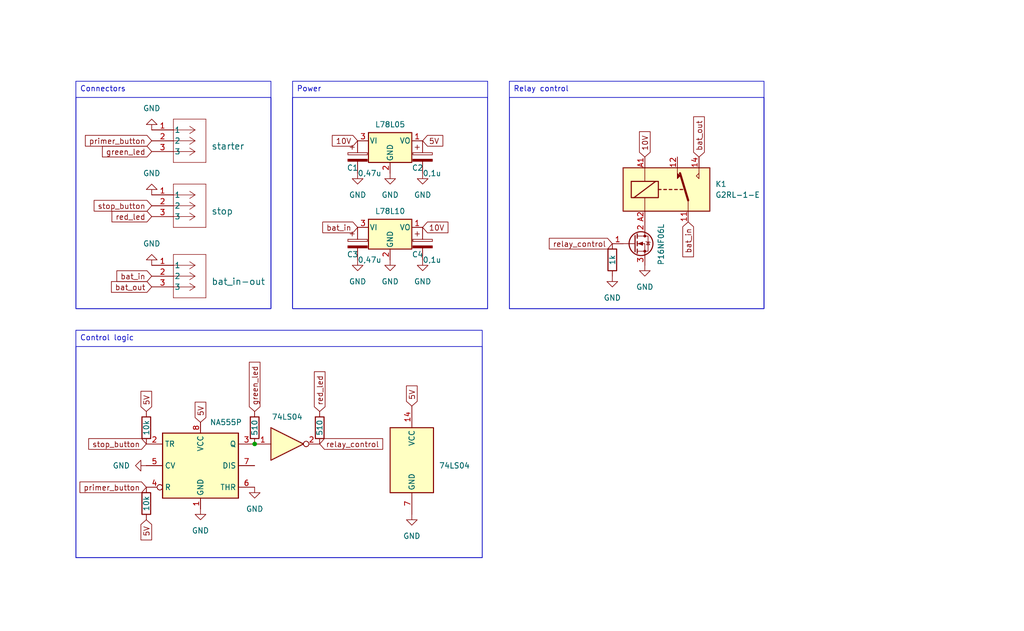
<source format=kicad_sch>
(kicad_sch (version 20230121) (generator eeschema)
  (paper "User" 240.005 148.006)
  (title_block (title "BAU") (date "2024-09-17"))
  (lib_symbols
    (symbol "74xx:74LS04"
      (property "Reference" "U" (at 0 1.27 0))
      (property "Value" "74LS04" (at 0 -1.27 0))
      (symbol "74LS04_1_0"
        (polyline (pts (xy -3.81 3.81) (xy -3.81 -3.81) (xy 3.81 0) (xy -3.81 3.81)) (stroke (width 0.254)) (fill (type background)))
        (pin input line (at -7.62 0 0) (length 3.81) (name "~") (number "1"))
        (pin output inverted (at 7.62 0 180) (length 3.81) (name "~") (number "2"))
      )
      (symbol "74LS04_2_0"
        (polyline (pts (xy -3.81 3.81) (xy -3.81 -3.81) (xy 3.81 0) (xy -3.81 3.81)) (stroke (width 0.254)) (fill (type background)))
        (pin input line (at -7.62 0 0) (length 3.81) (name "~") (number "3"))
        (pin output inverted (at 7.62 0 180) (length 3.81) (name "~") (number "4"))
      )
      (symbol "74LS04_3_0"
        (polyline (pts (xy -3.81 3.81) (xy -3.81 -3.81) (xy 3.81 0) (xy -3.81 3.81)) (stroke (width 0.254)) (fill (type background)))
        (pin input line (at -7.62 0 0) (length 3.81) (name "~") (number "5"))
        (pin output inverted (at 7.62 0 180) (length 3.81) (name "~") (number "6"))
      )
      (symbol "74LS04_4_0"
        (polyline (pts (xy -3.81 3.81) (xy -3.81 -3.81) (xy 3.81 0) (xy -3.81 3.81)) (stroke (width 0.254)) (fill (type background)))
        (pin output inverted (at 7.62 0 180) (length 3.81) (name "~") (number "8"))
        (pin input line (at -7.62 0 0) (length 3.81) (name "~") (number "9"))
      )
      (symbol "74LS04_5_0"
        (polyline (pts (xy -3.81 3.81) (xy -3.81 -3.81) (xy 3.81 0) (xy -3.81 3.81)) (stroke (width 0.254)) (fill (type background)))
        (pin output inverted (at 7.62 0 180) (length 3.81) (name "~") (number "10"))
        (pin input line (at -7.62 0 0) (length 3.81) (name "~") (number "11"))
      )
      (symbol "74LS04_6_0"
        (polyline (pts (xy -3.81 3.81) (xy -3.81 -3.81) (xy 3.81 0) (xy -3.81 3.81)) (stroke (width 0.254)) (fill (type background)))
        (pin output inverted (at 7.62 0 180) (length 3.81) (name "~") (number "12"))
        (pin input line (at -7.62 0 0) (length 3.81) (name "~") (number "13"))
      )
      (symbol "74LS04_7_0"
        (pin power_in line (at 0 12.7 270) (length 5.08) (name "VCC") (number "14"))
        (pin power_in line (at 0 -12.7 90) (length 5.08) (name "GND") (number "7"))
      )
      (symbol "74LS04_7_1"
        (rectangle (start -5.08 7.62) (end 5.08 -7.62) (stroke (width 0.254)) (fill (type background)))
      )
    )
    (symbol "CONN_S3B-PH-K-S_JST:S3B-PH-K-S_LFSN" (pin_names (offset 0.254))
      (property "Reference" "J" (at 8.89 6.35 0))
      (property "Value" "S3B-PH-K-S LFSN" (at 0 0 0))
      (symbol "S3B-PH-K-S_LFSN_1_1"
        (polyline (pts (xy 5.08 -7.62) (xy 12.7 -7.62)) (stroke (width 0.127)))
        (polyline (pts (xy 5.08 2.54) (xy 5.08 -7.62)) (stroke (width 0.127)))
        (polyline (pts (xy 10.16 -5.08) (xy 5.08 -5.08)) (stroke (width 0.127)))
        (polyline (pts (xy 10.16 -5.08) (xy 8.89 -5.9267)) (stroke (width 0.127)))
        (polyline (pts (xy 10.16 -5.08) (xy 8.89 -4.2333)) (stroke (width 0.127)))
        (polyline (pts (xy 10.16 -2.54) (xy 5.08 -2.54)) (stroke (width 0.127)))
        (polyline (pts (xy 10.16 -2.54) (xy 8.89 -3.3867)) (stroke (width 0.127)))
        (polyline (pts (xy 10.16 -2.54) (xy 8.89 -1.6933)) (stroke (width 0.127)))
        (polyline (pts (xy 10.16 0) (xy 5.08 0)) (stroke (width 0.127)))
        (polyline (pts (xy 10.16 0) (xy 8.89 -0.8467)) (stroke (width 0.127)))
        (polyline (pts (xy 10.16 0) (xy 8.89 0.8467)) (stroke (width 0.127)))
        (polyline (pts (xy 12.7 -7.62) (xy 12.7 2.54)) (stroke (width 0.127)))
        (polyline (pts (xy 12.7 2.54) (xy 5.08 2.54)) (stroke (width 0.127)))
        (pin unspecified line (at 0 0 0) (length 5.08) (name "1") (number "1"))
        (pin unspecified line (at 0 -2.54 0) (length 5.08) (name "2") (number "2"))
        (pin unspecified line (at 0 -5.08 0) (length 5.08) (name "3") (number "3"))
      )
      (symbol "S3B-PH-K-S_LFSN_1_2"
        (polyline (pts (xy 5.08 -7.62) (xy 12.7 -7.62)) (stroke (width 0.127)))
        (polyline (pts (xy 5.08 2.54) (xy 5.08 -7.62)) (stroke (width 0.127)))
        (polyline (pts (xy 7.62 -5.08) (xy 5.08 -5.08)) (stroke (width 0.127)))
        (polyline (pts (xy 7.62 -5.08) (xy 8.89 -5.9267)) (stroke (width 0.127)))
        (polyline (pts (xy 7.62 -5.08) (xy 8.89 -4.2333)) (stroke (width 0.127)))
        (polyline (pts (xy 7.62 -2.54) (xy 5.08 -2.54)) (stroke (width 0.127)))
        (polyline (pts (xy 7.62 -2.54) (xy 8.89 -3.3867)) (stroke (width 0.127)))
        (polyline (pts (xy 7.62 -2.54) (xy 8.89 -1.6933)) (stroke (width 0.127)))
        (polyline (pts (xy 7.62 0) (xy 5.08 0)) (stroke (width 0.127)))
        (polyline (pts (xy 7.62 0) (xy 8.89 -0.8467)) (stroke (width 0.127)))
        (polyline (pts (xy 7.62 0) (xy 8.89 0.8467)) (stroke (width 0.127)))
        (polyline (pts (xy 12.7 -7.62) (xy 12.7 2.54)) (stroke (width 0.127)))
        (polyline (pts (xy 12.7 2.54) (xy 5.08 2.54)) (stroke (width 0.127)))
        (pin unspecified line (at 0 0 0) (length 5.08) (name "1") (number "1"))
        (pin unspecified line (at 0 -2.54 0) (length 5.08) (name "2") (number "2"))
        (pin unspecified line (at 0 -5.08 0) (length 5.08) (name "3") (number "3"))
      )
    )
    (symbol "CONN_S3B-XH-ALFSN_JST:S3B-XH-ALFSN" (pin_names (offset 0.254))
      (property "Reference" "J" (at 8.89 6.35 0))
      (property "Value" "S3B-XH-ALFSN" (at 0 0 0))
      (symbol "S3B-XH-ALFSN_1_1"
        (polyline (pts (xy 5.08 -7.62) (xy 12.7 -7.62)) (stroke (width 0.127)))
        (polyline (pts (xy 5.08 2.54) (xy 5.08 -7.62)) (stroke (width 0.127)))
        (polyline (pts (xy 10.16 -5.08) (xy 5.08 -5.08)) (stroke (width 0.127)))
        (polyline (pts (xy 10.16 -5.08) (xy 8.89 -5.9267)) (stroke (width 0.127)))
        (polyline (pts (xy 10.16 -5.08) (xy 8.89 -4.2333)) (stroke (width 0.127)))
        (polyline (pts (xy 10.16 -2.54) (xy 5.08 -2.54)) (stroke (width 0.127)))
        (polyline (pts (xy 10.16 -2.54) (xy 8.89 -3.3867)) (stroke (width 0.127)))
        (polyline (pts (xy 10.16 -2.54) (xy 8.89 -1.6933)) (stroke (width 0.127)))
        (polyline (pts (xy 10.16 0) (xy 5.08 0)) (stroke (width 0.127)))
        (polyline (pts (xy 10.16 0) (xy 8.89 -0.8467)) (stroke (width 0.127)))
        (polyline (pts (xy 10.16 0) (xy 8.89 0.8467)) (stroke (width 0.127)))
        (polyline (pts (xy 12.7 -7.62) (xy 12.7 2.54)) (stroke (width 0.127)))
        (polyline (pts (xy 12.7 2.54) (xy 5.08 2.54)) (stroke (width 0.127)))
        (pin unspecified line (at 0 0 0) (length 5.08) (name "1") (number "1"))
        (pin unspecified line (at 0 -2.54 0) (length 5.08) (name "2") (number "2"))
        (pin unspecified line (at 0 -5.08 0) (length 5.08) (name "3") (number "3"))
      )
      (symbol "S3B-XH-ALFSN_1_2"
        (polyline (pts (xy 5.08 -7.62) (xy 12.7 -7.62)) (stroke (width 0.127)))
        (polyline (pts (xy 5.08 2.54) (xy 5.08 -7.62)) (stroke (width 0.127)))
        (polyline (pts (xy 7.62 -5.08) (xy 5.08 -5.08)) (stroke (width 0.127)))
        (polyline (pts (xy 7.62 -5.08) (xy 8.89 -5.9267)) (stroke (width 0.127)))
        (polyline (pts (xy 7.62 -5.08) (xy 8.89 -4.2333)) (stroke (width 0.127)))
        (polyline (pts (xy 7.62 -2.54) (xy 5.08 -2.54)) (stroke (width 0.127)))
        (polyline (pts (xy 7.62 -2.54) (xy 8.89 -3.3867)) (stroke (width 0.127)))
        (polyline (pts (xy 7.62 -2.54) (xy 8.89 -1.6933)) (stroke (width 0.127)))
        (polyline (pts (xy 7.62 0) (xy 5.08 0)) (stroke (width 0.127)))
        (polyline (pts (xy 7.62 0) (xy 8.89 -0.8467)) (stroke (width 0.127)))
        (polyline (pts (xy 7.62 0) (xy 8.89 0.8467)) (stroke (width 0.127)))
        (polyline (pts (xy 12.7 -7.62) (xy 12.7 2.54)) (stroke (width 0.127)))
        (polyline (pts (xy 12.7 2.54) (xy 5.08 2.54)) (stroke (width 0.127)))
        (pin unspecified line (at 0 0 0) (length 5.08) (name "1") (number "1"))
        (pin unspecified line (at 0 -2.54 0) (length 5.08) (name "2") (number "2"))
        (pin unspecified line (at 0 -5.08 0) (length 5.08) (name "3") (number "3"))
      )
    )
    (symbol "Device:C_Polarized" (pin_numbers hide) (pin_names (offset 0.254))
      (property "Reference" "C" (at 0.635 2.54 0))
      (property "Value" "C_Polarized" (at 0.635 -2.54 0))
      (symbol "C_Polarized_0_1"
        (rectangle (start -2.286 0.508) (end 2.286 1.016))
        (polyline (pts (xy -1.778 2.286) (xy -0.762 2.286)))
        (polyline (pts (xy -1.27 2.794) (xy -1.27 1.778)))
        (rectangle (start 2.286 -0.508) (end -2.286 -1.016) (fill (type outline)))
      )
      (symbol "C_Polarized_1_1"
        (pin passive line (at 0 3.81 270) (length 2.794) (name "~") (number "1"))
        (pin passive line (at 0 -3.81 90) (length 2.794) (name "~") (number "2"))
      )
    )
    (symbol "Device:R" (pin_numbers hide) (pin_names (offset 0))
      (property "Reference" "R" (at 2.032 0 90))
      (property "Value" "R" (at 0 0 90))
      (symbol "R_0_1"
        (rectangle (start -1.016 -2.54) (end 1.016 2.54) (stroke (width 0.254)))
      )
      (symbol "R_1_1"
        (pin passive line (at 0 3.81 270) (length 1.27) (name "~") (number "1"))
        (pin passive line (at 0 -3.81 90) (length 1.27) (name "~") (number "2"))
      )
    )
    (symbol "Regulator_Linear:L78L05_TO92" (pin_names (offset 0.254))
      (property "Reference" "U" (at -3.81 3.175 0))
      (property "Value" "L78L05_TO92" (at 0 3.175 0))
      (symbol "L78L05_TO92_0_1"
        (rectangle (start -5.08 -5.08) (end 5.08 1.905) (stroke (width 0.254)) (fill (type background)))
      )
      (symbol "L78L05_TO92_1_1"
        (pin power_out line (at 7.62 0 180) (length 2.54) (name "VO") (number "1"))
        (pin power_in line (at 0 -7.62 90) (length 2.54) (name "GND") (number "2"))
        (pin power_in line (at -7.62 0 0) (length 2.54) (name "VI") (number "3"))
      )
    )
    (symbol "Regulator_Linear:L78L10_TO92" (pin_names (offset 0.254))
      (property "Reference" "U" (at -3.81 3.175 0))
      (property "Value" "L78L10_TO92" (at 0 3.175 0))
      (symbol "L78L10_TO92_0_1"
        (rectangle (start -5.08 -5.08) (end 5.08 1.905) (stroke (width 0.254)) (fill (type background)))
      )
      (symbol "L78L10_TO92_1_1"
        (pin power_out line (at 7.62 0 180) (length 2.54) (name "VO") (number "1"))
        (pin power_in line (at 0 -7.62 90) (length 2.54) (name "GND") (number "2"))
        (pin power_in line (at -7.62 0 0) (length 2.54) (name "VI") (number "3"))
      )
    )
    (symbol "Relay:G2RL-1-E"
      (property "Reference" "K" (at 11.43 3.81 0))
      (property "Value" "G2RL-1-E" (at 11.43 1.27 0))
      (symbol "G2RL-1-E_0_0"
        (polyline (pts (xy 7.62 5.08) (xy 7.62 2.54) (xy 6.985 3.175) (xy 7.62 3.81)))
      )
      (symbol "G2RL-1-E_0_1"
        (rectangle (start -10.16 5.08) (end 10.16 -5.08) (stroke (width 0.254)) (fill (type background)))
        (rectangle (start -8.255 1.905) (end -1.905 -1.905) (stroke (width 0.254)))
        (polyline (pts (xy -7.62 -1.905) (xy -2.54 1.905)) (stroke (width 0.254)))
        (polyline (pts (xy -5.08 -5.08) (xy -5.08 -1.905)))
        (polyline (pts (xy -5.08 5.08) (xy -5.08 1.905)))
        (polyline (pts (xy -1.905 0) (xy -1.27 0)) (stroke (width 0.254)))
        (polyline (pts (xy -0.635 0) (xy 0 0)) (stroke (width 0.254)))
        (polyline (pts (xy 0.635 0) (xy 1.27 0)) (stroke (width 0.254)))
        (polyline (pts (xy 1.905 0) (xy 2.54 0)) (stroke (width 0.254)))
        (polyline (pts (xy 3.175 0) (xy 3.81 0)) (stroke (width 0.254)))
        (polyline (pts (xy 5.08 -2.54) (xy 3.175 3.81)) (stroke (width 0.508)))
        (polyline (pts (xy 5.08 -2.54) (xy 5.08 -5.08)))
        (polyline (pts (xy 2.54 5.08) (xy 2.54 2.54) (xy 3.175 3.175) (xy 2.54 3.81)) (fill (type outline)))
      )
      (symbol "G2RL-1-E_1_1"
        (pin passive line (at 5.08 -7.62 90) (length 2.54) (name "~") (number "11"))
        (pin passive line (at 2.54 7.62 270) (length 2.54) (name "~") (number "12"))
        (pin passive line (at 7.62 7.62 270) (length 2.54) (name "~") (number "14"))
        (pin passive line (at -5.08 7.62 270) (length 2.54) (name "~") (number "A1"))
        (pin passive line (at -5.08 -7.62 90) (length 2.54) (name "~") (number "A2"))
      )
    )
    (symbol "Timer:NA555P"
      (property "Reference" "U" (at -10.16 8.89 0))
      (property "Value" "NA555P" (at 2.54 8.89 0))
      (symbol "NA555P_0_0"
        (pin power_in line (at 0 -10.16 90) (length 2.54) (name "GND") (number "1"))
        (pin power_in line (at 0 10.16 270) (length 2.54) (name "VCC") (number "8"))
      )
      (symbol "NA555P_0_1"
        (rectangle (start -8.89 -7.62) (end 8.89 7.62) (stroke (width 0.254)) (fill (type background)))
        (rectangle (start -8.89 -7.62) (end 8.89 7.62) (stroke (width 0.254)) (fill (type background)))
      )
      (symbol "NA555P_1_1"
        (pin input line (at -12.7 5.08 0) (length 3.81) (name "TR") (number "2"))
        (pin output line (at 12.7 5.08 180) (length 3.81) (name "Q") (number "3"))
        (pin input inverted (at -12.7 -5.08 0) (length 3.81) (name "R") (number "4"))
        (pin input line (at -12.7 0 0) (length 3.81) (name "CV") (number "5"))
        (pin input line (at 12.7 -5.08 180) (length 3.81) (name "THR") (number "6"))
        (pin input line (at 12.7 0 180) (length 3.81) (name "DIS") (number "7"))
      )
    )
    (symbol "Transistor_FET:IRLIZ44N" (pin_names hide)
      (property "Reference" "Q" (at 5.08 1.905 0))
      (property "Value" "IRLIZ44N" (at 5.08 0 0))
      (symbol "IRLIZ44N_0_1"
        (polyline (pts (xy 0.254 0) (xy -2.54 0)))
        (polyline (pts (xy 0.254 1.905) (xy 0.254 -1.905)) (stroke (width 0.254)))
        (polyline (pts (xy 0.762 -1.27) (xy 0.762 -2.286)) (stroke (width 0.254)))
        (polyline (pts (xy 0.762 0.508) (xy 0.762 -0.508)) (stroke (width 0.254)))
        (polyline (pts (xy 0.762 2.286) (xy 0.762 1.27)) (stroke (width 0.254)))
        (polyline (pts (xy 2.54 2.54) (xy 2.54 1.778)))
        (polyline (pts (xy 2.54 -2.54) (xy 2.54 0) (xy 0.762 0)))
        (polyline (pts (xy 0.762 -1.778) (xy 3.302 -1.778) (xy 3.302 1.778) (xy 0.762 1.778)))
        (polyline (pts (xy 1.016 0) (xy 2.032 0.381) (xy 2.032 -0.381) (xy 1.016 0)) (fill (type outline)))
        (polyline (pts (xy 2.794 0.508) (xy 2.921 0.381) (xy 3.683 0.381) (xy 3.81 0.254)))
        (polyline (pts (xy 3.302 0.381) (xy 2.921 -0.254) (xy 3.683 -0.254) (xy 3.302 0.381)))
        (circle (center 1.651 0) (radius 2.794) (stroke (width 0.254)))
        (circle (center 2.54 -1.778) (radius 0.254) (fill (type outline)))
        (circle (center 2.54 1.778) (radius 0.254) (fill (type outline)))
      )
      (symbol "IRLIZ44N_1_1"
        (pin input line (at -5.08 0 0) (length 2.54) (name "G") (number "1"))
        (pin passive line (at 2.54 5.08 270) (length 2.54) (name "D") (number "2"))
        (pin passive line (at 2.54 -5.08 90) (length 2.54) (name "S") (number "3"))
      )
    )
    (symbol "power:GND" (power) (pin_names (offset 0))
      (property "Value" "GND" (at 0 -3.81 0))
      (symbol "GND_0_1"
        (polyline (pts (xy 0 0) (xy 0 -1.27) (xy 1.27 -1.27) (xy 0 -2.54) (xy -1.27 -1.27) (xy 0 -1.27)))
      )
      (symbol "GND_1_1"
        (pin power_in line (at 0 0 270) (length 0) hide (name "GND") (number "1"))
      )
    )
  )
  (junction (at 59.69 104.14))
  (rectangle (start 68.58 22.86) (end 114.3 72.39))
  (rectangle (start 119.38 22.86) (end 179.07 72.39))
  (rectangle (start 17.78 22.86) (end 63.5 72.39))
  (rectangle (start 17.78 81.28) (end 113.03 130.81))
  (text_box "Relay control" (at 119.38 19.05 0) (size 59.69 53.34) (effects (font (size 1.27 1.27)) (justify left top)))
  (text_box "Control logic" (at 17.78 77.47 0) (size 95.25 53.34) (effects (font (size 1.27 1.27)) (justify left top)))
  (text_box "Power" (at 68.58 19.05 0) (size 45.72 53.34) (effects (font (size 1.27 1.27)) (justify left top)))
  (text_box "Connectors" (at 17.78 19.05 0) (size 45.72 53.34) (effects (font (size 1.27 1.27)) (justify left top)))
  (global_label "bat_in" (shape input) (at 83.82 53.34 180) (property "Intersheetrefs" "${INTERSHEET_REFS}" (effects hide)))
  (global_label "stop_button" (shape input) (at 34.29 104.14 180) (property "Intersheetrefs" "${INTERSHEET_REFS}" (effects hide)))
  (global_label "red_led" (shape input) (at 74.93 96.52 90) (property "Intersheetrefs" "${INTERSHEET_REFS}" (effects hide)))
  (global_label "10V" (shape input) (at 151.13 36.83 90) (property "Intersheetrefs" "${INTERSHEET_REFS}" (effects hide)))
  (global_label "5V" (shape input) (at 46.99 99.06 90) (property "Intersheetrefs" "${INTERSHEET_REFS}" (effects hide)))
  (global_label "green_led" (shape input) (at 35.56 35.56 180) (property "Intersheetrefs" "${INTERSHEET_REFS}" (effects hide)))
  (global_label "bat_in" (shape input) (at 35.56 64.77 180) (property "Intersheetrefs" "${INTERSHEET_REFS}" (effects hide)))
  (global_label "5V" (shape input) (at 99.06 33.02 0) (property "Intersheetrefs" "${INTERSHEET_REFS}" (effects hide)))
  (global_label "green_led" (shape input) (at 59.69 96.52 90) (property "Intersheetrefs" "${INTERSHEET_REFS}" (effects hide)))
  (global_label "bat_in" (shape input) (at 161.29 52.07 270) (property "Intersheetrefs" "${INTERSHEET_REFS}" (effects hide)))
  (global_label "10V" (shape input) (at 99.06 53.34 0) (property "Intersheetrefs" "${INTERSHEET_REFS}" (effects hide)))
  (global_label "primer_button" (shape input) (at 35.56 33.02 180) (property "Intersheetrefs" "${INTERSHEET_REFS}" (effects hide)))
  (global_label "5V" (shape input) (at 34.29 96.52 90) (property "Intersheetrefs" "${INTERSHEET_REFS}" (effects hide)))
  (global_label "relay_control" (shape input) (at 143.51 57.15 180) (property "Intersheetrefs" "${INTERSHEET_REFS}" (effects hide)))
  (global_label "5V" (shape input) (at 34.29 121.92 270) (property "Intersheetrefs" "${INTERSHEET_REFS}" (effects hide)))
  (global_label "stop_button" (shape input) (at 35.56 48.26 180) (property "Intersheetrefs" "${INTERSHEET_REFS}" (effects hide)))
  (global_label "relay_control" (shape input) (at 74.93 104.14 0) (property "Intersheetrefs" "${INTERSHEET_REFS}" (effects hide)))
  (global_label "5V" (shape input) (at 96.52 95.25 90) (property "Intersheetrefs" "${INTERSHEET_REFS}" (effects hide)))
  (global_label "red_led" (shape input) (at 35.56 50.8 180) (property "Intersheetrefs" "${INTERSHEET_REFS}" (effects hide)))
  (global_label "10V" (shape input) (at 83.82 33.02 180) (property "Intersheetrefs" "${INTERSHEET_REFS}" (effects hide)))
  (global_label "primer_button" (shape input) (at 34.29 114.3 180) (property "Intersheetrefs" "${INTERSHEET_REFS}" (effects hide)))
  (global_label "bat_out" (shape input) (at 163.83 36.83 90) (property "Intersheetrefs" "${INTERSHEET_REFS}" (effects hide)))
  (global_label "bat_out" (shape input) (at 35.56 67.31 180) (property "Intersheetrefs" "${INTERSHEET_REFS}" (effects hide)))
  (symbol (lib_id "Device:R") (at 34.29 118.11 180) (unit 1)
    (property "Reference" "R2" (effects hide))
    (property "Value" "10k" (at 34.29 118.11 90))
    (property "Footprint" "Resistor_THT:R_Axial_DIN0207_L6.3mm_D2.5mm_P7.62mm_Horizontal" (effects hide))
  )
  (symbol (lib_id "Device:R") (at 74.93 100.33 0) (unit 1)
    (property "Reference" "R5" (effects hide))
    (property "Value" "510" (at 74.93 100.33 90))
    (property "Footprint" "Resistor_THT:R_Axial_DIN0207_L6.3mm_D2.5mm_P7.62mm_Horizontal" (effects hide))
  )
  (symbol (lib_id "CONN_S3B-PH-K-S_JST:S3B-PH-K-S_LFSN") (at 35.56 45.72 0) (unit 1)
    (property "Reference" "stop1" (effects hide))
    (property "Value" "stop" (at 49.53 49.53 0) (effects (font (size 1.524 1.524)) (justify left)))
    (property "Footprint" "CONN_S3B-PH-K-S_JST:CONN_S3B-PH-K-S_JST" (effects hide))
    (property "Datasheet" "S3B-PH-K-S LFSN" (effects hide))
  )
  (symbol (lib_id "power:GND") (at 99.06 40.64 0) (unit 1)
    (property "Reference" "#PWR04" (effects hide))
    (property "Value" "GND" (at 99.06 45.72 0))
  )
  (symbol (lib_id "power:GND") (at 99.06 60.96 0) (unit 1)
    (property "Reference" "#PWR01" (effects hide))
    (property "Value" "GND" (at 99.06 66.04 0))
  )
  (symbol (lib_id "power:GND") (at 35.56 30.48 180) (unit 1)
    (property "Reference" "#PWR07" (effects hide))
    (property "Value" "GND" (at 35.56 25.4 0))
  )
  (symbol (lib_id "power:GND") (at 83.82 60.96 0) (unit 1)
    (property "Reference" "#PWR02" (effects hide))
    (property "Value" "GND" (at 83.82 66.04 0))
  )
  (symbol (lib_id "power:GND") (at 46.99 119.38 0) (unit 1)
    (property "Reference" "#PWR015" (effects hide))
    (property "Value" "GND" (at 46.99 124.46 0))
  )
  (symbol (lib_id "power:GND") (at 34.29 109.22 270) (unit 1)
    (property "Reference" "#PWR013" (effects hide))
    (property "Value" "GND" (at 30.48 109.22 90) (effects (justify right)))
  )
  (symbol (lib_id "power:GND") (at 59.69 114.3 0) (unit 1)
    (property "Reference" "#PWR014" (effects hide))
    (property "Value" "GND" (at 59.69 119.38 0))
  )
  (symbol (lib_id "Device:R") (at 59.69 100.33 0) (unit 1)
    (property "Reference" "R4" (effects hide))
    (property "Value" "510" (at 59.69 100.33 90))
    (property "Footprint" "Resistor_THT:R_Axial_DIN0207_L6.3mm_D2.5mm_P7.62mm_Horizontal" (effects hide))
  )
  (symbol (lib_id "Device:C_Polarized") (at 99.06 36.83 0) (unit 1)
    (property "Reference" "C2" (at 96.52 39.37 0) (effects (justify left)))
    (property "Value" "0,1u" (at 99.06 40.64 0) (effects (justify left)))
    (property "Footprint" "Capacitor_THT:CP_Radial_D4.0mm_P2.00mm" (effects hide))
  )
  (symbol (lib_id "power:GND") (at 35.56 62.23 180) (unit 1)
    (property "Reference" "#PWR09" (effects hide))
    (property "Value" "GND" (at 35.56 57.15 0))
  )
  (symbol (lib_id "Regulator_Linear:L78L10_TO92") (at 91.44 53.34 0) (unit 1)
    (property "Reference" "L78L10_TO92" (effects hide))
    (property "Value" "L78L10" (at 91.44 49.53 0))
    (property "Footprint" "Package_TO_SOT_THT:TO-92L_Inline_Wide" (effects hide))
    (property "Datasheet" "http://www.st.com/content/ccc/resource/technical/document/datasheet/15/55/e5/aa/23/5b/43/fd/CD00000446.pdf/files/CD00000446.pdf/jcr:content/translations/en.CD00000446.pdf" (effects hide))
  )
  (symbol (lib_id "74xx:74LS04") (at 96.52 107.95 0) (unit 7)
    (property "Reference" "U2" (effects hide))
    (property "Value" "74LS04" (at 102.87 109.22 0) (effects (justify left)))
    (property "Footprint" "Package_DIP:DIP-14_W7.62mm_Socket" (effects hide))
    (property "Datasheet" "http://www.ti.com/lit/gpn/sn74LS04" (effects hide))
  )
  (symbol (lib_id "power:GND") (at 143.51 64.77 0) (unit 1)
    (property "Reference" "#PWR012" (effects hide))
    (property "Value" "GND" (at 143.51 69.85 0))
  )
  (symbol (lib_id "Device:R") (at 34.29 100.33 0) (unit 1)
    (property "Reference" "R1" (effects hide))
    (property "Value" "10k" (at 34.29 100.33 90))
    (property "Footprint" "Resistor_THT:R_Axial_DIN0207_L6.3mm_D2.5mm_P7.62mm_Horizontal" (effects hide))
  )
  (symbol (lib_id "CONN_S3B-PH-K-S_JST:S3B-PH-K-S_LFSN") (at 35.56 30.48 0) (unit 1)
    (property "Reference" "starter1" (effects hide))
    (property "Value" "starter" (at 49.53 34.29 0) (effects (font (size 1.524 1.524)) (justify left)))
    (property "Footprint" "CONN_S3B-PH-K-S_JST:CONN_S3B-PH-K-S_JST" (effects hide))
    (property "Datasheet" "S3B-PH-K-S LFSN" (effects hide))
  )
  (symbol (lib_id "power:GND") (at 91.44 60.96 0) (unit 1)
    (property "Reference" "#PWR05" (effects hide))
    (property "Value" "GND" (at 91.44 66.04 0))
  )
  (symbol (lib_id "74xx:74LS04") (at 67.31 104.14 0) (unit 1)
    (property "Reference" "U2" (effects hide))
    (property "Value" "74LS04" (at 67.31 97.79 0))
    (property "Footprint" "Package_DIP:DIP-14_W7.62mm_Socket" (effects hide))
    (property "Datasheet" "http://www.ti.com/lit/gpn/sn74LS04" (effects hide))
  )
  (symbol (lib_id "power:GND") (at 151.13 62.23 0) (unit 1)
    (property "Reference" "#PWR011" (effects hide))
    (property "Value" "GND" (at 151.13 67.31 0))
  )
  (symbol (lib_id "Device:C_Polarized") (at 83.82 36.83 0) (unit 1)
    (property "Reference" "C1" (at 81.28 39.37 0) (effects (justify left)))
    (property "Value" "0,47u" (at 83.82 40.64 0) (effects (justify left)))
    (property "Footprint" "Capacitor_THT:CP_Radial_D5.0mm_P2.50mm" (effects hide))
  )
  (symbol (lib_id "CONN_S3B-XH-ALFSN_JST:S3B-XH-ALFSN") (at 35.56 62.23 0) (unit 1)
    (property "Reference" "bat_in-out1" (effects hide))
    (property "Value" "bat_in-out" (at 49.53 66.04 0) (effects (font (size 1.524 1.524)) (justify left)))
    (property "Footprint" "CONN_S3B-XH-ALFSN_JST:CONN_S3B-XH-ALFSN_JST" (effects hide))
    (property "Datasheet" "S3B-XH-ALFSN" (effects hide))
  )
  (symbol (lib_id "Regulator_Linear:L78L05_TO92") (at 91.44 33.02 0) (unit 1)
    (property "Reference" "L78L05_TO92" (effects hide))
    (property "Value" "L78L05" (at 91.44 29.21 0))
    (property "Footprint" "Package_TO_SOT_THT:TO-92_Inline" (effects hide))
    (property "Datasheet" "http://www.st.com/content/ccc/resource/technical/document/datasheet/15/55/e5/aa/23/5b/43/fd/CD00000446.pdf/files/CD00000446.pdf/jcr:content/translations/en.CD00000446.pdf" (effects hide))
  )
  (symbol (lib_id "power:GND") (at 96.52 120.65 0) (unit 1)
    (property "Reference" "#PWR010" (effects hide))
    (property "Value" "GND" (at 96.52 125.73 0))
  )
  (symbol (lib_id "power:GND") (at 83.82 40.64 0) (unit 1)
    (property "Reference" "#PWR03" (effects hide))
    (property "Value" "GND" (at 83.82 45.72 0))
  )
  (symbol (lib_id "power:GND") (at 91.44 40.64 0) (unit 1)
    (property "Reference" "#PWR06" (effects hide))
    (property "Value" "GND" (at 91.44 45.72 0))
  )
  (symbol (lib_id "power:GND") (at 35.56 45.72 180) (unit 1)
    (property "Reference" "#PWR08" (effects hide))
    (property "Value" "GND" (at 35.56 40.64 0))
  )
  (symbol (lib_id "Relay:G2RL-1-E") (at 156.21 44.45 0) (unit 1)
    (property "Reference" "K1" (at 167.64 43.18 0) (effects (justify left)))
    (property "Value" "G2RL-1-E" (at 167.64 45.72 0) (effects (justify left)))
    (property "Footprint" "Relay_THT:Relay_SPDT_Omron_G2RL-1-E" (effects hide))
    (property "Datasheet" "https://omronfs.omron.com/en_US/ecb/products/pdf/en-g2rl.pdf" (effects hide))
  )
  (symbol (lib_id "Device:C_Polarized") (at 99.06 57.15 0) (unit 1)
    (property "Reference" "C4" (at 96.52 59.69 0) (effects (justify left)))
    (property "Value" "0,1u" (at 99.06 60.96 0) (effects (justify left)))
    (property "Footprint" "Capacitor_THT:CP_Radial_D4.0mm_P2.00mm" (effects hide))
  )
  (symbol (lib_id "Device:C_Polarized") (at 83.82 57.15 0) (unit 1)
    (property "Reference" "C3" (at 81.28 59.69 0) (effects (justify left)))
    (property "Value" "0,47u" (at 83.82 60.96 0) (effects (justify left)))
    (property "Footprint" "Capacitor_THT:CP_Radial_D5.0mm_P2.50mm" (effects hide))
  )
  (symbol (lib_id "Device:R") (at 143.51 60.96 0) (unit 1)
    (property "Reference" "R3" (effects hide))
    (property "Value" "1k" (at 143.51 60.96 90))
    (property "Footprint" "Resistor_THT:R_Axial_DIN0207_L6.3mm_D2.5mm_P7.62mm_Horizontal" (effects hide))
  )
  (symbol (lib_id "Transistor_FET:IRLIZ44N") (at 148.59 57.15 0) (unit 1)
    (property "Reference" "P16NF06L1" (effects hide))
    (property "Value" "P16NF06L" (at 154.94 62.23 90) (effects (justify left)))
    (property "Footprint" "Package_TO_SOT_THT:TO-220F-3_Vertical" (effects hide))
  )
  (symbol (lib_id "Timer:NA555P") (at 46.99 109.22 0) (unit 1)
    (property "Reference" "NA555P1" (effects hide))
    (property "Value" "NA555P" (at 49.1841 99.06 0) (effects (justify left)))
    (property "Footprint" "Package_DIP:DIP-8_W7.62mm_Socket" (effects hide))
    (property "Datasheet" "http://www.ti.com/lit/ds/symlink/ne555.pdf" (effects hide))
  )
)
</source>
